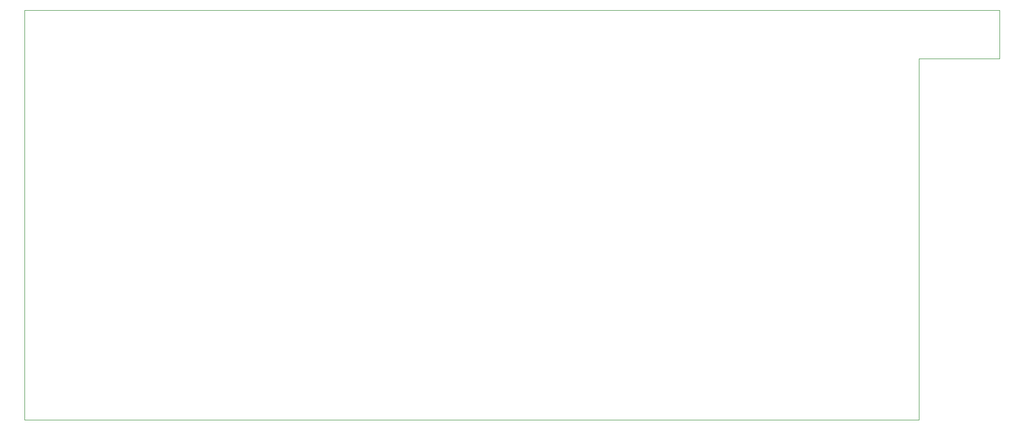
<source format=gbr>
G04 #@! TF.GenerationSoftware,KiCad,Pcbnew,(6.0.7)*
G04 #@! TF.CreationDate,2022-11-13T23:20:38+00:00*
G04 #@! TF.ProjectId,A3010PoduleCarrier,41333031-3050-46f6-9475-6c6543617272,01a*
G04 #@! TF.SameCoordinates,Original*
G04 #@! TF.FileFunction,Profile,NP*
%FSLAX46Y46*%
G04 Gerber Fmt 4.6, Leading zero omitted, Abs format (unit mm)*
G04 Created by KiCad (PCBNEW (6.0.7)) date 2022-11-13 23:20:38*
%MOMM*%
%LPD*%
G01*
G04 APERTURE LIST*
G04 #@! TA.AperFunction,Profile*
%ADD10C,0.050000*%
G04 #@! TD*
G04 APERTURE END LIST*
D10*
X73646000Y-121150000D02*
X73646000Y-53150000D01*
X222046000Y-61150000D02*
X222046000Y-121150000D01*
X235446000Y-61150000D02*
X235446000Y-53150000D01*
X73646000Y-121150000D02*
X154546000Y-121150000D01*
X154546000Y-121150000D02*
X222046000Y-121150000D01*
X73646000Y-53150000D02*
X235446000Y-53150000D01*
X235446000Y-61150000D02*
X222046000Y-61150000D01*
M02*

</source>
